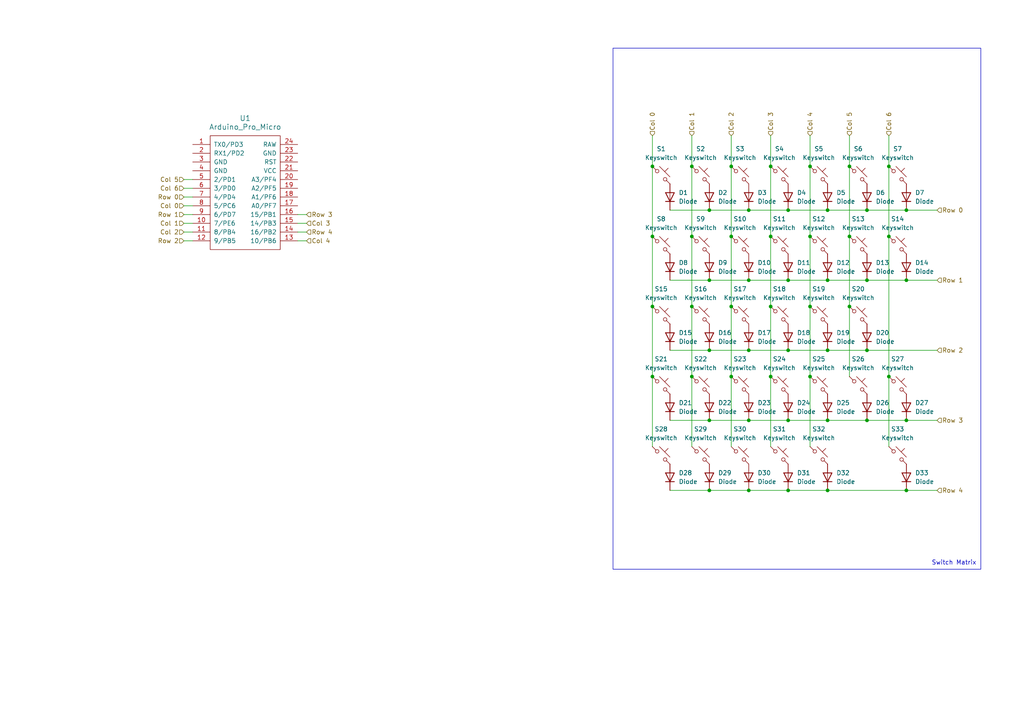
<source format=kicad_sch>
(kicad_sch (version 20250114) (generator "eeschema") (generator_version "9.0")
  (paper "A4")
  (lib_symbols
    (symbol "ScottoKeebs:MCU_Arduino_Pro_Micro" (pin_names (offset 1.016))
      (property "Reference" "U" (at 0 0 0))
      (property "Value" "Arduino_Pro_Micro" (at 0 -19.05 0))
      (symbol "MCU_Arduino_Pro_Micro_0_1"
        (rectangle (start -10.16 16.51) (end 10.16 -16.51))
      )
      (symbol "MCU_Arduino_Pro_Micro_1_1"
        (pin input line (at -15.24 13.97 0) (length 5.08) (name "TX0/PD3") (number "1"))
        (pin input line (at -15.24 11.43 0) (length 5.08) (name "RX1/PD2") (number "2"))
        (pin input line (at -15.24 8.89 0) (length 5.08) (name "GND") (number "3"))
        (pin input line (at -15.24 6.35 0) (length 5.08) (name "GND") (number "4"))
        (pin input line (at -15.24 3.81 0) (length 5.08) (name "2/PD1") (number "5"))
        (pin input line (at -15.24 1.27 0) (length 5.08) (name "3/PD0") (number "6"))
        (pin input line (at -15.24 -1.27 0) (length 5.08) (name "4/PD4") (number "7"))
        (pin input line (at -15.24 -3.81 0) (length 5.08) (name "5/PC6") (number "8"))
        (pin input line (at -15.24 -6.35 0) (length 5.08) (name "6/PD7") (number "9"))
        (pin input line (at -15.24 -8.89 0) (length 5.08) (name "7/PE6") (number "10"))
        (pin input line (at -15.24 -11.43 0) (length 5.08) (name "8/PB4") (number "11"))
        (pin input line (at -15.24 -13.97 0) (length 5.08) (name "9/PB5") (number "12"))
        (pin input line (at 15.24 13.97 180) (length 5.08) (name "RAW") (number "24"))
        (pin input line (at 15.24 11.43 180) (length 5.08) (name "GND") (number "23"))
        (pin input line (at 15.24 8.89 180) (length 5.08) (name "RST") (number "22"))
        (pin input line (at 15.24 6.35 180) (length 5.08) (name "VCC") (number "21"))
        (pin input line (at 15.24 3.81 180) (length 5.08) (name "A3/PF4") (number "20"))
        (pin input line (at 15.24 1.27 180) (length 5.08) (name "A2/PF5") (number "19"))
        (pin input line (at 15.24 -1.27 180) (length 5.08) (name "A1/PF6") (number "18"))
        (pin input line (at 15.24 -3.81 180) (length 5.08) (name "A0/PF7") (number "17"))
        (pin input line (at 15.24 -6.35 180) (length 5.08) (name "15/PB1") (number "16"))
        (pin input line (at 15.24 -8.89 180) (length 5.08) (name "14/PB3") (number "15"))
        (pin input line (at 15.24 -11.43 180) (length 5.08) (name "16/PB2") (number "14"))
        (pin input line (at 15.24 -13.97 180) (length 5.08) (name "10/PB6") (number "13"))
      )
    )
    (symbol "ScottoKeebs:Placeholder_Diode" (pin_numbers (hide yes)) (pin_names (hide yes))
      (property "Reference" "D" (at 0 2.54 0))
      (property "Value" "Diode" (at 0 -2.54 0))
      (symbol "Placeholder_Diode_0_1"
        (polyline (pts (xy -1.27 1.27) (xy -1.27 -1.27)) (stroke (width 0.254)))
        (polyline (pts (xy 1.27 1.27) (xy 1.27 -1.27) (xy -1.27 0) (xy 1.27 1.27)) (stroke (width 0.254)))
        (polyline (pts (xy 1.27 0) (xy -1.27 0)))
      )
      (symbol "Placeholder_Diode_1_1"
        (pin passive line (at -3.81 0 0) (length 2.54) (name "K") (number "1"))
        (pin passive line (at 3.81 0 180) (length 2.54) (name "A") (number "2"))
      )
    )
    (symbol "ScottoKeebs:Placeholder_Keyswitch" (pin_numbers (hide yes)) (pin_names (offset 1.016) (hide yes))
      (property "Reference" "S" (at 3.048 1.016 0))
      (property "Value" "Keyswitch" (at 0 -3.81 0))
      (symbol "Placeholder_Keyswitch_0_1"
        (polyline (pts (xy -2.54 2.54) (xy -1.524 1.524) (xy -1.524 1.524)))
        (circle (center -1.1684 1.1684) (radius 0.508))
        (polyline (pts (xy -0.508 2.54) (xy 2.54 -0.508)))
        (polyline (pts (xy 1.016 1.016) (xy 2.032 2.032)))
        (circle (center 1.143 -1.1938) (radius 0.508))
        (polyline (pts (xy 1.524 -1.524) (xy 2.54 -2.54) (xy 2.54 -2.54) (xy 2.54 -2.54)))
        (pin passive line (at -2.54 2.54 0) (length 0) (name "1") (number "1"))
        (pin passive line (at 2.54 -2.54 180) (length 0) (name "2") (number "2"))
      )
    )
  )
  (rectangle (start 177.8 13.97) (end 284.48 165.1))
  (text "Switch Matrix" (at 283.21 163.322 0) (effects (font (size 1.27 1.27)) (justify right)))
  (junction (at 228.6 60.96))
  (junction (at 212.09 48.26))
  (junction (at 234.95 109.22))
  (junction (at 189.23 68.58))
  (junction (at 217.17 60.96))
  (junction (at 240.03 81.28))
  (junction (at 257.81 109.22))
  (junction (at 251.46 101.6))
  (junction (at 212.09 109.22))
  (junction (at 234.95 48.26))
  (junction (at 223.52 109.22))
  (junction (at 205.74 121.92))
  (junction (at 251.46 121.92))
  (junction (at 240.03 60.96))
  (junction (at 257.81 48.26))
  (junction (at 228.6 121.92))
  (junction (at 240.03 101.6))
  (junction (at 257.81 68.58))
  (junction (at 200.66 109.22))
  (junction (at 228.6 101.6))
  (junction (at 223.52 48.26))
  (junction (at 262.89 142.24))
  (junction (at 246.38 48.26))
  (junction (at 200.66 88.9))
  (junction (at 189.23 88.9))
  (junction (at 205.74 101.6))
  (junction (at 262.89 121.92))
  (junction (at 262.89 60.96))
  (junction (at 205.74 142.24))
  (junction (at 234.95 88.9))
  (junction (at 234.95 68.58))
  (junction (at 240.03 121.92))
  (junction (at 189.23 109.22))
  (junction (at 251.46 60.96))
  (junction (at 217.17 101.6))
  (junction (at 189.23 48.26))
  (junction (at 217.17 121.92))
  (junction (at 205.74 81.28))
  (junction (at 212.09 88.9))
  (junction (at 223.52 88.9))
  (junction (at 217.17 142.24))
  (junction (at 212.09 68.58))
  (junction (at 217.17 81.28))
  (junction (at 251.46 81.28))
  (junction (at 200.66 48.26))
  (junction (at 228.6 142.24))
  (junction (at 223.52 68.58))
  (junction (at 205.74 60.96))
  (junction (at 246.38 68.58))
  (junction (at 240.03 142.24))
  (junction (at 246.38 88.9))
  (junction (at 228.6 81.28))
  (junction (at 262.89 81.28))
  (junction (at 200.66 68.58))
  (wire (pts (xy 194.31 60.96) (xy 205.74 60.96)))
  (wire (pts (xy 228.6 142.24) (xy 240.03 142.24)))
  (wire (pts (xy 217.17 142.24) (xy 228.6 142.24)))
  (wire (pts (xy 234.95 109.22) (xy 234.95 129.54)))
  (wire (pts (xy 53.34 54.61) (xy 55.88 54.61)))
  (wire (pts (xy 189.23 88.9) (xy 189.23 109.22)))
  (wire (pts (xy 271.78 60.96) (xy 262.89 60.96)))
  (wire (pts (xy 217.17 60.96) (xy 228.6 60.96)))
  (wire (pts (xy 205.74 81.28) (xy 217.17 81.28)))
  (wire (pts (xy 53.34 64.77) (xy 55.88 64.77)))
  (wire (pts (xy 234.95 68.58) (xy 234.95 88.9)))
  (wire (pts (xy 212.09 68.58) (xy 212.09 88.9)))
  (wire (pts (xy 251.46 81.28) (xy 262.89 81.28)))
  (wire (pts (xy 257.81 39.37) (xy 257.81 48.26)))
  (wire (pts (xy 240.03 101.6) (xy 251.46 101.6)))
  (wire (pts (xy 212.09 48.26) (xy 212.09 68.58)))
  (wire (pts (xy 53.34 59.69) (xy 55.88 59.69)))
  (wire (pts (xy 212.09 88.9) (xy 212.09 109.22)))
  (wire (pts (xy 205.74 142.24) (xy 217.17 142.24)))
  (wire (pts (xy 257.81 48.26) (xy 257.81 68.58)))
  (wire (pts (xy 194.31 142.24) (xy 205.74 142.24)))
  (wire (pts (xy 240.03 121.92) (xy 251.46 121.92)))
  (wire (pts (xy 217.17 121.92) (xy 228.6 121.92)))
  (wire (pts (xy 88.9 67.31) (xy 86.36 67.31)))
  (wire (pts (xy 53.34 62.23) (xy 55.88 62.23)))
  (wire (pts (xy 262.89 81.28) (xy 271.78 81.28)))
  (wire (pts (xy 194.31 121.92) (xy 205.74 121.92)))
  (wire (pts (xy 212.09 109.22) (xy 212.09 129.54)))
  (wire (pts (xy 200.66 39.37) (xy 200.66 48.26)))
  (wire (pts (xy 251.46 60.96) (xy 262.89 60.96)))
  (wire (pts (xy 271.78 142.24) (xy 262.89 142.24)))
  (wire (pts (xy 88.9 62.23) (xy 86.36 62.23)))
  (wire (pts (xy 205.74 101.6) (xy 217.17 101.6)))
  (wire (pts (xy 189.23 109.22) (xy 189.23 129.54)))
  (wire (pts (xy 228.6 60.96) (xy 240.03 60.96)))
  (wire (pts (xy 205.74 121.92) (xy 217.17 121.92)))
  (wire (pts (xy 223.52 68.58) (xy 223.52 88.9)))
  (wire (pts (xy 234.95 39.37) (xy 234.95 48.26)))
  (wire (pts (xy 205.74 60.96) (xy 217.17 60.96)))
  (wire (pts (xy 228.6 81.28) (xy 240.03 81.28)))
  (wire (pts (xy 53.34 69.85) (xy 55.88 69.85)))
  (wire (pts (xy 200.66 88.9) (xy 200.66 109.22)))
  (wire (pts (xy 88.9 69.85) (xy 86.36 69.85)))
  (wire (pts (xy 200.66 68.58) (xy 200.66 88.9)))
  (wire (pts (xy 217.17 81.28) (xy 228.6 81.28)))
  (wire (pts (xy 228.6 121.92) (xy 240.03 121.92)))
  (wire (pts (xy 234.95 48.26) (xy 234.95 68.58)))
  (wire (pts (xy 53.34 57.15) (xy 55.88 57.15)))
  (wire (pts (xy 53.34 67.31) (xy 55.88 67.31)))
  (wire (pts (xy 257.81 109.22) (xy 257.81 129.54)))
  (wire (pts (xy 234.95 88.9) (xy 234.95 109.22)))
  (wire (pts (xy 240.03 81.28) (xy 251.46 81.28)))
  (wire (pts (xy 189.23 48.26) (xy 189.23 68.58)))
  (wire (pts (xy 217.17 101.6) (xy 228.6 101.6)))
  (wire (pts (xy 246.38 48.26) (xy 246.38 68.58)))
  (wire (pts (xy 223.52 109.22) (xy 223.52 129.54)))
  (wire (pts (xy 212.09 39.37) (xy 212.09 48.26)))
  (wire (pts (xy 53.34 52.07) (xy 55.88 52.07)))
  (wire (pts (xy 88.9 64.77) (xy 86.36 64.77)))
  (wire (pts (xy 223.52 39.37) (xy 223.52 48.26)))
  (wire (pts (xy 271.78 121.92) (xy 262.89 121.92)))
  (wire (pts (xy 223.52 48.26) (xy 223.52 68.58)))
  (wire (pts (xy 228.6 101.6) (xy 240.03 101.6)))
  (wire (pts (xy 240.03 60.96) (xy 251.46 60.96)))
  (wire (pts (xy 257.81 68.58) (xy 257.81 109.22)))
  (wire (pts (xy 246.38 39.37) (xy 246.38 48.26)))
  (wire (pts (xy 246.38 68.58) (xy 246.38 88.9)))
  (wire (pts (xy 271.78 101.6) (xy 251.46 101.6)))
  (wire (pts (xy 223.52 88.9) (xy 223.52 109.22)))
  (wire (pts (xy 189.23 39.37) (xy 189.23 48.26)))
  (wire (pts (xy 200.66 109.22) (xy 200.66 129.54)))
  (wire (pts (xy 246.38 88.9) (xy 246.38 109.22)))
  (wire (pts (xy 251.46 121.92) (xy 262.89 121.92)))
  (wire (pts (xy 200.66 48.26) (xy 200.66 68.58)))
  (wire (pts (xy 194.31 101.6) (xy 205.74 101.6)))
  (wire (pts (xy 194.31 81.28) (xy 205.74 81.28)))
  (wire (pts (xy 189.23 68.58) (xy 189.23 88.9)))
  (wire (pts (xy 240.03 142.24) (xy 262.89 142.24)))
  (hierarchical_label "Col 1" (shape input) (at 53.34 64.77 180))
  (hierarchical_label "Col 2" (shape input) (at 53.34 67.31 180))
  (hierarchical_label "Row 4" (shape input) (at 271.78 142.24 0))
  (hierarchical_label "Row 2" (shape input) (at 53.34 69.85 180))
  (hierarchical_label "Col 0" (shape input) (at 189.23 39.37 90))
  (hierarchical_label "Col 6" (shape input) (at 257.81 39.37 90))
  (hierarchical_label "Col 5" (shape input) (at 246.38 39.37 90))
  (hierarchical_label "Row 2" (shape input) (at 271.78 101.6 0))
  (hierarchical_label "Row 1" (shape input) (at 53.34 62.23 180))
  (hierarchical_label "Col 4" (shape input) (at 234.95 39.37 90))
  (hierarchical_label "Row 0" (shape input) (at 53.34 57.15 180))
  (hierarchical_label "Row 4" (shape input) (at 88.9 67.31 0))
  (hierarchical_label "Row 1" (shape input) (at 271.78 81.28 0))
  (hierarchical_label "Col 0" (shape input) (at 53.34 59.69 180))
  (hierarchical_label "Col 3" (shape input) (at 223.52 39.37 90))
  (hierarchical_label "Col 3" (shape input) (at 88.9 64.77 0))
  (hierarchical_label "Col 4" (shape input) (at 88.9 69.85 0))
  (hierarchical_label "Col 1" (shape input) (at 200.66 39.37 90))
  (hierarchical_label "Row 3" (shape input) (at 88.9 62.23 0))
  (hierarchical_label "Col 5" (shape input) (at 53.34 52.07 180))
  (hierarchical_label "Col 6" (shape input) (at 53.34 54.61 180))
  (hierarchical_label "Col 2" (shape input) (at 212.09 39.37 90))
  (hierarchical_label "Row 0" (shape input) (at 271.78 60.96 0))
  (hierarchical_label "Row 3" (shape input) (at 271.78 121.92 0))
  (symbol (lib_id "ScottoKeebs:Placeholder_Diode") (at 194.31 57.15 90) (unit 1)
    (property "Reference" "D1" (at 196.85 55.8799 90) (effects (justify right)))
    (property "Value" "Diode" (at 196.85 58.4199 90) (effects (justify right)))
    (property "Footprint" "ScottoKeebs_Components:Diode_SOD-123" (effects (hide yes)))
    (property "Description" "1N4148 (DO-35) or 1N4148W (SOD-123)" (effects (hide yes)))
    (property "Sim.Device" "D" (effects (hide yes)))
    (property "Sim.Pins" "1=K 2=A" (effects (hide yes)))
  )
  (symbol (lib_id "ScottoKeebs:Placeholder_Diode") (at 228.6 77.47 90) (unit 1)
    (property "Reference" "D11" (at 231.14 76.1999 90) (effects (justify right)))
    (property "Value" "Diode" (at 231.14 78.7399 90) (effects (justify right)))
    (property "Footprint" "ScottoKeebs_Components:Diode_SOD-123" (effects (hide yes)))
    (property "Description" "1N4148 (DO-35) or 1N4148W (SOD-123)" (effects (hide yes)))
    (property "Sim.Device" "D" (effects (hide yes)))
    (property "Sim.Pins" "1=K 2=A" (effects (hide yes)))
  )
  (symbol (lib_id "ScottoKeebs:Placeholder_Keyswitch") (at 214.63 91.44 0) (unit 1)
    (property "Reference" "S17" (at 214.63 83.82 0))
    (property "Value" "Keyswitch" (at 214.63 86.36 0))
    (property "Footprint" "ScottoKeebs_Hotswap:Hotswap_MX_1.00u" (effects (hide yes)))
    (property "Description" "Push button switch, normally open, two pins, 45° tilted" (effects (hide yes)))
  )
  (symbol (lib_id "ScottoKeebs:Placeholder_Diode") (at 217.17 57.15 90) (unit 1)
    (property "Reference" "D3" (at 219.71 55.8799 90) (effects (justify right)))
    (property "Value" "Diode" (at 219.71 58.4199 90) (effects (justify right)))
    (property "Footprint" "ScottoKeebs_Components:Diode_SOD-123" (effects (hide yes)))
    (property "Description" "1N4148 (DO-35) or 1N4148W (SOD-123)" (effects (hide yes)))
    (property "Sim.Device" "D" (effects (hide yes)))
    (property "Sim.Pins" "1=K 2=A" (effects (hide yes)))
  )
  (symbol (lib_id "ScottoKeebs:Placeholder_Keyswitch") (at 191.77 111.76 0) (unit 1)
    (property "Reference" "S21" (at 191.77 104.14 0))
    (property "Value" "Keyswitch" (at 191.77 106.68 0))
    (property "Footprint" "ScottoKeebs_Hotswap:Hotswap_MX_1.00u" (effects (hide yes)))
    (property "Description" "Push button switch, normally open, two pins, 45° tilted" (effects (hide yes)))
  )
  (symbol (lib_id "ScottoKeebs:Placeholder_Keyswitch") (at 237.49 132.08 0) (unit 1)
    (property "Reference" "S32" (at 237.49 124.46 0))
    (property "Value" "Keyswitch" (at 237.49 127 0))
    (property "Footprint" "ScottoKeebs_Hotswap:Hotswap_MX_2.00u" (effects (hide yes)))
    (property "Description" "Push button switch, normally open, two pins, 45° tilted" (effects (hide yes)))
  )
  (symbol (lib_id "ScottoKeebs:Placeholder_Keyswitch") (at 203.2 132.08 0) (unit 1)
    (property "Reference" "S29" (at 203.2 124.46 0))
    (property "Value" "Keyswitch" (at 203.2 127 0))
    (property "Footprint" "ScottoKeebs_Hotswap:Hotswap_MX_1.00u" (effects (hide yes)))
    (property "Description" "Push button switch, normally open, two pins, 45° tilted" (effects (hide yes)))
  )
  (symbol (lib_id "ScottoKeebs:Placeholder_Keyswitch") (at 214.63 71.12 0) (unit 1)
    (property "Reference" "S10" (at 214.63 63.5 0))
    (property "Value" "Keyswitch" (at 214.63 66.04 0))
    (property "Footprint" "ScottoKeebs_Hotswap:Hotswap_MX_1.00u" (effects (hide yes)))
    (property "Description" "Push button switch, normally open, two pins, 45° tilted" (effects (hide yes)))
  )
  (symbol (lib_id "ScottoKeebs:Placeholder_Keyswitch") (at 203.2 91.44 0) (unit 1)
    (property "Reference" "S16" (at 203.2 83.82 0))
    (property "Value" "Keyswitch" (at 203.2 86.36 0))
    (property "Footprint" "ScottoKeebs_Hotswap:Hotswap_MX_1.00u" (effects (hide yes)))
    (property "Description" "Push button switch, normally open, two pins, 45° tilted" (effects (hide yes)))
  )
  (symbol (lib_id "ScottoKeebs:Placeholder_Keyswitch") (at 237.49 91.44 0) (unit 1)
    (property "Reference" "S19" (at 237.49 83.82 0))
    (property "Value" "Keyswitch" (at 237.49 86.36 0))
    (property "Footprint" "ScottoKeebs_Hotswap:Hotswap_MX_1.00u" (effects (hide yes)))
    (property "Description" "Push button switch, normally open, two pins, 45° tilted" (effects (hide yes)))
  )
  (symbol (lib_id "ScottoKeebs:Placeholder_Keyswitch") (at 237.49 50.8 0) (unit 1)
    (property "Reference" "S5" (at 237.49 43.18 0))
    (property "Value" "Keyswitch" (at 237.49 45.72 0))
    (property "Footprint" "ScottoKeebs_Hotswap:Hotswap_MX_1.00u" (effects (hide yes)))
    (property "Description" "Push button switch, normally open, two pins, 45° tilted" (effects (hide yes)))
  )
  (symbol (lib_id "ScottoKeebs:Placeholder_Diode") (at 217.17 77.47 90) (unit 1)
    (property "Reference" "D10" (at 219.71 76.1999 90) (effects (justify right)))
    (property "Value" "Diode" (at 219.71 78.7399 90) (effects (justify right)))
    (property "Footprint" "ScottoKeebs_Components:Diode_SOD-123" (effects (hide yes)))
    (property "Description" "1N4148 (DO-35) or 1N4148W (SOD-123)" (effects (hide yes)))
    (property "Sim.Device" "D" (effects (hide yes)))
    (property "Sim.Pins" "1=K 2=A" (effects (hide yes)))
  )
  (symbol (lib_id "ScottoKeebs:Placeholder_Diode") (at 251.46 97.79 90) (unit 1)
    (property "Reference" "D20" (at 254 96.5199 90) (effects (justify right)))
    (property "Value" "Diode" (at 254 99.0599 90) (effects (justify right)))
    (property "Footprint" "ScottoKeebs_Components:Diode_SOD-123" (effects (hide yes)))
    (property "Description" "1N4148 (DO-35) or 1N4148W (SOD-123)" (effects (hide yes)))
    (property "Sim.Device" "D" (effects (hide yes)))
    (property "Sim.Pins" "1=K 2=A" (effects (hide yes)))
  )
  (symbol (lib_id "ScottoKeebs:Placeholder_Diode") (at 240.03 138.43 90) (unit 1)
    (property "Reference" "D32" (at 242.57 137.1599 90) (effects (justify right)))
    (property "Value" "Diode" (at 242.57 139.6999 90) (effects (justify right)))
    (property "Footprint" "ScottoKeebs_Components:Diode_SOD-123" (effects (hide yes)))
    (property "Description" "1N4148 (DO-35) or 1N4148W (SOD-123)" (effects (hide yes)))
    (property "Sim.Device" "D" (effects (hide yes)))
    (property "Sim.Pins" "1=K 2=A" (effects (hide yes)))
  )
  (symbol (lib_id "ScottoKeebs:MCU_Arduino_Pro_Micro") (at 71.12 55.88 0) (unit 1)
    (property "Reference" "U1" (at 71.12 34.29 0) (effects (font (size 1.524 1.524))))
    (property "Value" "Arduino_Pro_Micro" (at 71.12 36.83 0) (effects (font (size 1.524 1.524))))
    (property "Footprint" "ScottoKeebs_MCU:Arduino_Pro_Micro" (effects (hide yes)))
  )
  (symbol (lib_id "ScottoKeebs:Placeholder_Diode") (at 262.89 57.15 90) (unit 1)
    (property "Reference" "D7" (at 265.43 55.8799 90) (effects (justify right)))
    (property "Value" "Diode" (at 265.43 58.4199 90) (effects (justify right)))
    (property "Footprint" "ScottoKeebs_Components:Diode_SOD-123" (effects (hide yes)))
    (property "Description" "1N4148 (DO-35) or 1N4148W (SOD-123)" (effects (hide yes)))
    (property "Sim.Device" "D" (effects (hide yes)))
    (property "Sim.Pins" "1=K 2=A" (effects (hide yes)))
  )
  (symbol (lib_id "ScottoKeebs:Placeholder_Diode") (at 240.03 77.47 90) (unit 1)
    (property "Reference" "D12" (at 242.57 76.1999 90) (effects (justify right)))
    (property "Value" "Diode" (at 242.57 78.7399 90) (effects (justify right)))
    (property "Footprint" "ScottoKeebs_Components:Diode_SOD-123" (effects (hide yes)))
    (property "Description" "1N4148 (DO-35) or 1N4148W (SOD-123)" (effects (hide yes)))
    (property "Sim.Device" "D" (effects (hide yes)))
    (property "Sim.Pins" "1=K 2=A" (effects (hide yes)))
  )
  (symbol (lib_id "ScottoKeebs:Placeholder_Diode") (at 217.17 118.11 90) (unit 1)
    (property "Reference" "D23" (at 219.71 116.8399 90) (effects (justify right)))
    (property "Value" "Diode" (at 219.71 119.3799 90) (effects (justify right)))
    (property "Footprint" "ScottoKeebs_Components:Diode_SOD-123" (effects (hide yes)))
    (property "Description" "1N4148 (DO-35) or 1N4148W (SOD-123)" (effects (hide yes)))
    (property "Sim.Device" "D" (effects (hide yes)))
    (property "Sim.Pins" "1=K 2=A" (effects (hide yes)))
  )
  (symbol (lib_id "ScottoKeebs:Placeholder_Diode") (at 240.03 57.15 90) (unit 1)
    (property "Reference" "D5" (at 242.57 55.8799 90) (effects (justify right)))
    (property "Value" "Diode" (at 242.57 58.4199 90) (effects (justify right)))
    (property "Footprint" "ScottoKeebs_Components:Diode_SOD-123" (effects (hide yes)))
    (property "Description" "1N4148 (DO-35) or 1N4148W (SOD-123)" (effects (hide yes)))
    (property "Sim.Device" "D" (effects (hide yes)))
    (property "Sim.Pins" "1=K 2=A" (effects (hide yes)))
  )
  (symbol (lib_id "ScottoKeebs:Placeholder_Keyswitch") (at 203.2 71.12 0) (unit 1)
    (property "Reference" "S9" (at 203.2 63.5 0))
    (property "Value" "Keyswitch" (at 203.2 66.04 0))
    (property "Footprint" "ScottoKeebs_Hotswap:Hotswap_MX_1.00u" (effects (hide yes)))
    (property "Description" "Push button switch, normally open, two pins, 45° tilted" (effects (hide yes)))
  )
  (symbol (lib_id "ScottoKeebs:Placeholder_Keyswitch") (at 237.49 111.76 0) (unit 1)
    (property "Reference" "S25" (at 237.49 104.14 0))
    (property "Value" "Keyswitch" (at 237.49 106.68 0))
    (property "Footprint" "ScottoKeebs_Hotswap:Hotswap_MX_1.00u" (effects (hide yes)))
    (property "Description" "Push button switch, normally open, two pins, 45° tilted" (effects (hide yes)))
  )
  (symbol (lib_id "ScottoKeebs:Placeholder_Keyswitch") (at 248.92 91.44 0) (unit 1)
    (property "Reference" "S20" (at 248.92 83.82 0))
    (property "Value" "Keyswitch" (at 248.92 86.36 0))
    (property "Footprint" "ScottoKeebs_Hotswap:Hotswap_MX_1.00u" (effects (hide yes)))
    (property "Description" "Push button switch, normally open, two pins, 45° tilted" (effects (hide yes)))
  )
  (symbol (lib_id "ScottoKeebs:Placeholder_Keyswitch") (at 203.2 50.8 0) (unit 1)
    (property "Reference" "S2" (at 203.2 43.18 0))
    (property "Value" "Keyswitch" (at 203.2 45.72 0))
    (property "Footprint" "ScottoKeebs_Hotswap:Hotswap_MX_1.00u" (effects (hide yes)))
    (property "Description" "Push button switch, normally open, two pins, 45° tilted" (effects (hide yes)))
  )
  (symbol (lib_id "ScottoKeebs:Placeholder_Diode") (at 217.17 97.79 90) (unit 1)
    (property "Reference" "D17" (at 219.71 96.5199 90) (effects (justify right)))
    (property "Value" "Diode" (at 219.71 99.0599 90) (effects (justify right)))
    (property "Footprint" "ScottoKeebs_Components:Diode_SOD-123" (effects (hide yes)))
    (property "Description" "1N4148 (DO-35) or 1N4148W (SOD-123)" (effects (hide yes)))
    (property "Sim.Device" "D" (effects (hide yes)))
    (property "Sim.Pins" "1=K 2=A" (effects (hide yes)))
  )
  (symbol (lib_id "ScottoKeebs:Placeholder_Keyswitch") (at 248.92 111.76 0) (unit 1)
    (property "Reference" "S26" (at 248.92 104.14 0))
    (property "Value" "Keyswitch" (at 248.92 106.68 0))
    (property "Footprint" "ScottoKeebs_Hotswap:Hotswap_MX_1.00u" (effects (hide yes)))
    (property "Description" "Push button switch, normally open, two pins, 45° tilted" (effects (hide yes)))
  )
  (symbol (lib_id "ScottoKeebs:Placeholder_Keyswitch") (at 260.35 132.08 0) (unit 1)
    (property "Reference" "S33" (at 260.35 124.46 0))
    (property "Value" "Keyswitch" (at 260.35 127 0))
    (property "Footprint" "ScottoKeebs_Hotswap:Hotswap_MX_1.00u" (effects (hide yes)))
    (property "Description" "Push button switch, normally open, two pins, 45° tilted" (effects (hide yes)))
  )
  (symbol (lib_id "ScottoKeebs:Placeholder_Diode") (at 240.03 118.11 90) (unit 1)
    (property "Reference" "D25" (at 242.57 116.8399 90) (effects (justify right)))
    (property "Value" "Diode" (at 242.57 119.3799 90) (effects (justify right)))
    (property "Footprint" "ScottoKeebs_Components:Diode_SOD-123" (effects (hide yes)))
    (property "Description" "1N4148 (DO-35) or 1N4148W (SOD-123)" (effects (hide yes)))
    (property "Sim.Device" "D" (effects (hide yes)))
    (property "Sim.Pins" "1=K 2=A" (effects (hide yes)))
  )
  (symbol (lib_id "ScottoKeebs:Placeholder_Diode") (at 262.89 118.11 90) (unit 1)
    (property "Reference" "D27" (at 265.43 116.8399 90) (effects (justify right)))
    (property "Value" "Diode" (at 265.43 119.3799 90) (effects (justify right)))
    (property "Footprint" "ScottoKeebs_Components:Diode_SOD-123" (effects (hide yes)))
    (property "Description" "1N4148 (DO-35) or 1N4148W (SOD-123)" (effects (hide yes)))
    (property "Sim.Device" "D" (effects (hide yes)))
    (property "Sim.Pins" "1=K 2=A" (effects (hide yes)))
  )
  (symbol (lib_id "ScottoKeebs:Placeholder_Diode") (at 194.31 138.43 90) (unit 1)
    (property "Reference" "D28" (at 196.85 137.1599 90) (effects (justify right)))
    (property "Value" "Diode" (at 196.85 139.6999 90) (effects (justify right)))
    (property "Footprint" "ScottoKeebs_Components:Diode_SOD-123" (effects (hide yes)))
    (property "Description" "1N4148 (DO-35) or 1N4148W (SOD-123)" (effects (hide yes)))
    (property "Sim.Device" "D" (effects (hide yes)))
    (property "Sim.Pins" "1=K 2=A" (effects (hide yes)))
  )
  (symbol (lib_id "ScottoKeebs:Placeholder_Diode") (at 217.17 138.43 90) (unit 1)
    (property "Reference" "D30" (at 219.71 137.1599 90) (effects (justify right)))
    (property "Value" "Diode" (at 219.71 139.6999 90) (effects (justify right)))
    (property "Footprint" "ScottoKeebs_Components:Diode_SOD-123" (effects (hide yes)))
    (property "Description" "1N4148 (DO-35) or 1N4148W (SOD-123)" (effects (hide yes)))
    (property "Sim.Device" "D" (effects (hide yes)))
    (property "Sim.Pins" "1=K 2=A" (effects (hide yes)))
  )
  (symbol (lib_id "ScottoKeebs:Placeholder_Keyswitch") (at 191.77 132.08 0) (unit 1)
    (property "Reference" "S28" (at 191.77 124.46 0))
    (property "Value" "Keyswitch" (at 191.77 127 0))
    (property "Footprint" "ScottoKeebs_Hotswap:Hotswap_MX_1.00u" (effects (hide yes)))
    (property "Description" "Push button switch, normally open, two pins, 45° tilted" (effects (hide yes)))
  )
  (symbol (lib_id "ScottoKeebs:Placeholder_Keyswitch") (at 226.06 91.44 0) (unit 1)
    (property "Reference" "S18" (at 226.06 83.82 0))
    (property "Value" "Keyswitch" (at 226.06 86.36 0))
    (property "Footprint" "ScottoKeebs_Hotswap:Hotswap_MX_1.00u" (effects (hide yes)))
    (property "Description" "Push button switch, normally open, two pins, 45° tilted" (effects (hide yes)))
  )
  (symbol (lib_id "ScottoKeebs:Placeholder_Diode") (at 228.6 97.79 90) (unit 1)
    (property "Reference" "D18" (at 231.14 96.5199 90) (effects (justify right)))
    (property "Value" "Diode" (at 231.14 99.0599 90) (effects (justify right)))
    (property "Footprint" "ScottoKeebs_Components:Diode_SOD-123" (effects (hide yes)))
    (property "Description" "1N4148 (DO-35) or 1N4148W (SOD-123)" (effects (hide yes)))
    (property "Sim.Device" "D" (effects (hide yes)))
    (property "Sim.Pins" "1=K 2=A" (effects (hide yes)))
  )
  (symbol (lib_id "ScottoKeebs:Placeholder_Keyswitch") (at 260.35 111.76 0) (unit 1)
    (property "Reference" "S27" (at 260.35 104.14 0))
    (property "Value" "Keyswitch" (at 260.35 106.68 0))
    (property "Footprint" "ScottoKeebs_Hotswap:Hotswap_MX_2.00u_90deg" (effects (hide yes)))
    (property "Description" "Push button switch, normally open, two pins, 45° tilted" (effects (hide yes)))
  )
  (symbol (lib_id "ScottoKeebs:Placeholder_Diode") (at 194.31 77.47 90) (unit 1)
    (property "Reference" "D8" (at 196.85 76.1999 90) (effects (justify right)))
    (property "Value" "Diode" (at 196.85 78.7399 90) (effects (justify right)))
    (property "Footprint" "ScottoKeebs_Components:Diode_SOD-123" (effects (hide yes)))
    (property "Description" "1N4148 (DO-35) or 1N4148W (SOD-123)" (effects (hide yes)))
    (property "Sim.Device" "D" (effects (hide yes)))
    (property "Sim.Pins" "1=K 2=A" (effects (hide yes)))
  )
  (symbol (lib_id "ScottoKeebs:Placeholder_Diode") (at 194.31 97.79 90) (unit 1)
    (property "Reference" "D15" (at 196.85 96.5199 90) (effects (justify right)))
    (property "Value" "Diode" (at 196.85 99.0599 90) (effects (justify right)))
    (property "Footprint" "ScottoKeebs_Components:Diode_SOD-123" (effects (hide yes)))
    (property "Description" "1N4148 (DO-35) or 1N4148W (SOD-123)" (effects (hide yes)))
    (property "Sim.Device" "D" (effects (hide yes)))
    (property "Sim.Pins" "1=K 2=A" (effects (hide yes)))
  )
  (symbol (lib_id "ScottoKeebs:Placeholder_Keyswitch") (at 191.77 91.44 0) (unit 1)
    (property "Reference" "S15" (at 191.77 83.82 0))
    (property "Value" "Keyswitch" (at 191.77 86.36 0))
    (property "Footprint" "ScottoKeebs_Hotswap:Hotswap_MX_1.00u" (effects (hide yes)))
    (property "Description" "Push button switch, normally open, two pins, 45° tilted" (effects (hide yes)))
  )
  (symbol (lib_id "ScottoKeebs:Placeholder_Diode") (at 205.74 97.79 90) (unit 1)
    (property "Reference" "D16" (at 208.28 96.5199 90) (effects (justify right)))
    (property "Value" "Diode" (at 208.28 99.0599 90) (effects (justify right)))
    (property "Footprint" "ScottoKeebs_Components:Diode_SOD-123" (effects (hide yes)))
    (property "Description" "1N4148 (DO-35) or 1N4148W (SOD-123)" (effects (hide yes)))
    (property "Sim.Device" "D" (effects (hide yes)))
    (property "Sim.Pins" "1=K 2=A" (effects (hide yes)))
  )
  (symbol (lib_id "ScottoKeebs:Placeholder_Diode") (at 205.74 138.43 90) (unit 1)
    (property "Reference" "D29" (at 208.28 137.1599 90) (effects (justify right)))
    (property "Value" "Diode" (at 208.28 139.6999 90) (effects (justify right)))
    (property "Footprint" "ScottoKeebs_Components:Diode_SOD-123" (effects (hide yes)))
    (property "Description" "1N4148 (DO-35) or 1N4148W (SOD-123)" (effects (hide yes)))
    (property "Sim.Device" "D" (effects (hide yes)))
    (property "Sim.Pins" "1=K 2=A" (effects (hide yes)))
  )
  (symbol (lib_id "ScottoKeebs:Placeholder_Diode") (at 205.74 77.47 90) (unit 1)
    (property "Reference" "D9" (at 208.28 76.1999 90) (effects (justify right)))
    (property "Value" "Diode" (at 208.28 78.7399 90) (effects (justify right)))
    (property "Footprint" "ScottoKeebs_Components:Diode_SOD-123" (effects (hide yes)))
    (property "Description" "1N4148 (DO-35) or 1N4148W (SOD-123)" (effects (hide yes)))
    (property "Sim.Device" "D" (effects (hide yes)))
    (property "Sim.Pins" "1=K 2=A" (effects (hide yes)))
  )
  (symbol (lib_id "ScottoKeebs:Placeholder_Diode") (at 262.89 77.47 90) (unit 1)
    (property "Reference" "D14" (at 265.43 76.1999 90) (effects (justify right)))
    (property "Value" "Diode" (at 265.43 78.7399 90) (effects (justify right)))
    (property "Footprint" "ScottoKeebs_Components:Diode_SOD-123" (effects (hide yes)))
    (property "Description" "1N4148 (DO-35) or 1N4148W (SOD-123)" (effects (hide yes)))
    (property "Sim.Device" "D" (effects (hide yes)))
    (property "Sim.Pins" "1=K 2=A" (effects (hide yes)))
  )
  (symbol (lib_id "ScottoKeebs:Placeholder_Keyswitch") (at 260.35 50.8 0) (unit 1)
    (property "Reference" "S7" (at 260.35 43.18 0))
    (property "Value" "Keyswitch" (at 260.35 45.72 0))
    (property "Footprint" "ScottoKeebs_Hotswap:Hotswap_MX_1.00u" (effects (hide yes)))
    (property "Description" "Push button switch, normally open, two pins, 45° tilted" (effects (hide yes)))
  )
  (symbol (lib_id "ScottoKeebs:Placeholder_Diode") (at 251.46 77.47 90) (unit 1)
    (property "Reference" "D13" (at 254 76.1999 90) (effects (justify right)))
    (property "Value" "Diode" (at 254 78.7399 90) (effects (justify right)))
    (property "Footprint" "ScottoKeebs_Components:Diode_SOD-123" (effects (hide yes)))
    (property "Description" "1N4148 (DO-35) or 1N4148W (SOD-123)" (effects (hide yes)))
    (property "Sim.Device" "D" (effects (hide yes)))
    (property "Sim.Pins" "1=K 2=A" (effects (hide yes)))
  )
  (symbol (lib_id "ScottoKeebs:Placeholder_Diode") (at 228.6 118.11 90) (unit 1)
    (property "Reference" "D24" (at 231.14 116.8399 90) (effects (justify right)))
    (property "Value" "Diode" (at 231.14 119.3799 90) (effects (justify right)))
    (property "Footprint" "ScottoKeebs_Components:Diode_SOD-123" (effects (hide yes)))
    (property "Description" "1N4148 (DO-35) or 1N4148W (SOD-123)" (effects (hide yes)))
    (property "Sim.Device" "D" (effects (hide yes)))
    (property "Sim.Pins" "1=K 2=A" (effects (hide yes)))
  )
  (symbol (lib_id "ScottoKeebs:Placeholder_Keyswitch") (at 203.2 111.76 0) (unit 1)
    (property "Reference" "S22" (at 203.2 104.14 0))
    (property "Value" "Keyswitch" (at 203.2 106.68 0))
    (property "Footprint" "ScottoKeebs_Hotswap:Hotswap_MX_1.00u" (effects (hide yes)))
    (property "Description" "Push button switch, normally open, two pins, 45° tilted" (effects (hide yes)))
  )
  (symbol (lib_id "ScottoKeebs:Placeholder_Diode") (at 240.03 97.79 90) (unit 1)
    (property "Reference" "D19" (at 242.57 96.5199 90) (effects (justify right)))
    (property "Value" "Diode" (at 242.57 99.0599 90) (effects (justify right)))
    (property "Footprint" "ScottoKeebs_Components:Diode_SOD-123" (effects (hide yes)))
    (property "Description" "1N4148 (DO-35) or 1N4148W (SOD-123)" (effects (hide yes)))
    (property "Sim.Device" "D" (effects (hide yes)))
    (property "Sim.Pins" "1=K 2=A" (effects (hide yes)))
  )
  (symbol (lib_id "ScottoKeebs:Placeholder_Diode") (at 251.46 118.11 90) (unit 1)
    (property "Reference" "D26" (at 254 116.8399 90) (effects (justify right)))
    (property "Value" "Diode" (at 254 119.3799 90) (effects (justify right)))
    (property "Footprint" "ScottoKeebs_Components:Diode_SOD-123" (effects (hide yes)))
    (property "Description" "1N4148 (DO-35) or 1N4148W (SOD-123)" (effects (hide yes)))
    (property "Sim.Device" "D" (effects (hide yes)))
    (property "Sim.Pins" "1=K 2=A" (effects (hide yes)))
  )
  (symbol (lib_id "ScottoKeebs:Placeholder_Keyswitch") (at 248.92 71.12 0) (unit 1)
    (property "Reference" "S13" (at 248.92 63.5 0))
    (property "Value" "Keyswitch" (at 248.92 66.04 0))
    (property "Footprint" "ScottoKeebs_Hotswap:Hotswap_MX_1.00u" (effects (hide yes)))
    (property "Description" "Push button switch, normally open, two pins, 45° tilted" (effects (hide yes)))
  )
  (symbol (lib_id "ScottoKeebs:Placeholder_Keyswitch") (at 226.06 71.12 0) (unit 1)
    (property "Reference" "S11" (at 226.06 63.5 0))
    (property "Value" "Keyswitch" (at 226.06 66.04 0))
    (property "Footprint" "ScottoKeebs_Hotswap:Hotswap_MX_1.00u" (effects (hide yes)))
    (property "Description" "Push button switch, normally open, two pins, 45° tilted" (effects (hide yes)))
  )
  (symbol (lib_id "ScottoKeebs:Placeholder_Keyswitch") (at 191.77 71.12 0) (unit 1)
    (property "Reference" "S8" (at 191.77 63.5 0))
    (property "Value" "Keyswitch" (at 191.77 66.04 0))
    (property "Footprint" "ScottoKeebs_Hotswap:Hotswap_MX_1.00u" (effects (hide yes)))
    (property "Description" "Push button switch, normally open, two pins, 45° tilted" (effects (hide yes)))
  )
  (symbol (lib_id "ScottoKeebs:Placeholder_Keyswitch") (at 237.49 71.12 0) (unit 1)
    (property "Reference" "S12" (at 237.49 63.5 0))
    (property "Value" "Keyswitch" (at 237.49 66.04 0))
    (property "Footprint" "ScottoKeebs_Hotswap:Hotswap_MX_1.00u" (effects (hide yes)))
    (property "Description" "Push button switch, normally open, two pins, 45° tilted" (effects (hide yes)))
  )
  (symbol (lib_id "ScottoKeebs:Placeholder_Diode") (at 194.31 118.11 90) (unit 1)
    (property "Reference" "D21" (at 196.85 116.8399 90) (effects (justify right)))
    (property "Value" "Diode" (at 196.85 119.3799 90) (effects (justify right)))
    (property "Footprint" "ScottoKeebs_Components:Diode_SOD-123" (effects (hide yes)))
    (property "Description" "1N4148 (DO-35) or 1N4148W (SOD-123)" (effects (hide yes)))
    (property "Sim.Device" "D" (effects (hide yes)))
    (property "Sim.Pins" "1=K 2=A" (effects (hide yes)))
  )
  (symbol (lib_id "ScottoKeebs:Placeholder_Keyswitch") (at 226.06 50.8 0) (unit 1)
    (property "Reference" "S4" (at 226.06 43.18 0))
    (property "Value" "Keyswitch" (at 226.06 45.72 0))
    (property "Footprint" "ScottoKeebs_Hotswap:Hotswap_MX_1.00u" (effects (hide yes)))
    (property "Description" "Push button switch, normally open, two pins, 45° tilted" (effects (hide yes)))
  )
  (symbol (lib_id "ScottoKeebs:Placeholder_Diode") (at 228.6 57.15 90) (unit 1)
    (property "Reference" "D4" (at 231.14 55.8799 90) (effects (justify right)))
    (property "Value" "Diode" (at 231.14 58.4199 90) (effects (justify right)))
    (property "Footprint" "ScottoKeebs_Components:Diode_SOD-123" (effects (hide yes)))
    (property "Description" "1N4148 (DO-35) or 1N4148W (SOD-123)" (effects (hide yes)))
    (property "Sim.Device" "D" (effects (hide yes)))
    (property "Sim.Pins" "1=K 2=A" (effects (hide yes)))
  )
  (symbol (lib_id "ScottoKeebs:Placeholder_Keyswitch") (at 226.06 132.08 0) (unit 1)
    (property "Reference" "S31" (at 226.06 124.46 0))
    (property "Value" "Keyswitch" (at 226.06 127 0))
    (property "Footprint" "ScottoKeebs_Hotswap:Hotswap_MX_1.00u" (effects (hide yes)))
    (property "Description" "Push button switch, normally open, two pins, 45° tilted" (effects (hide yes)))
  )
  (symbol (lib_id "ScottoKeebs:Placeholder_Diode") (at 251.46 57.15 90) (unit 1)
    (property "Reference" "D6" (at 254 55.8799 90) (effects (justify right)))
    (property "Value" "Diode" (at 254 58.4199 90) (effects (justify right)))
    (property "Footprint" "ScottoKeebs_Components:Diode_SOD-123" (effects (hide yes)))
    (property "Description" "1N4148 (DO-35) or 1N4148W (SOD-123)" (effects (hide yes)))
    (property "Sim.Device" "D" (effects (hide yes)))
    (property "Sim.Pins" "1=K 2=A" (effects (hide yes)))
  )
  (symbol (lib_id "ScottoKeebs:Placeholder_Diode") (at 262.89 138.43 90) (unit 1)
    (property "Reference" "D33" (at 265.43 137.1599 90) (effects (justify right)))
    (property "Value" "Diode" (at 265.43 139.6999 90) (effects (justify right)))
    (property "Footprint" "ScottoKeebs_Components:Diode_SOD-123" (effects (hide yes)))
    (property "Description" "1N4148 (DO-35) or 1N4148W (SOD-123)" (effects (hide yes)))
    (property "Sim.Device" "D" (effects (hide yes)))
    (property "Sim.Pins" "1=K 2=A" (effects (hide yes)))
  )
  (symbol (lib_id "ScottoKeebs:Placeholder_Keyswitch") (at 214.63 111.76 0) (unit 1)
    (property "Reference" "S23" (at 214.63 104.14 0))
    (property "Value" "Keyswitch" (at 214.63 106.68 0))
    (property "Footprint" "ScottoKeebs_Hotswap:Hotswap_MX_1.00u" (effects (hide yes)))
    (property "Description" "Push button switch, normally open, two pins, 45° tilted" (effects (hide yes)))
  )
  (symbol (lib_id "ScottoKeebs:Placeholder_Keyswitch") (at 226.06 111.76 0) (unit 1)
    (property "Reference" "S24" (at 226.06 104.14 0))
    (property "Value" "Keyswitch" (at 226.06 106.68 0))
    (property "Footprint" "ScottoKeebs_Hotswap:Hotswap_MX_1.00u" (effects (hide yes)))
    (property "Description" "Push button switch, normally open, two pins, 45° tilted" (effects (hide yes)))
  )
  (symbol (lib_id "ScottoKeebs:Placeholder_Diode") (at 205.74 118.11 90) (unit 1)
    (property "Reference" "D22" (at 208.28 116.8399 90) (effects (justify right)))
    (property "Value" "Diode" (at 208.28 119.3799 90) (effects (justify right)))
    (property "Footprint" "ScottoKeebs_Components:Diode_SOD-123" (effects (hide yes)))
    (property "Description" "1N4148 (DO-35) or 1N4148W (SOD-123)" (effects (hide yes)))
    (property "Sim.Device" "D" (effects (hide yes)))
    (property "Sim.Pins" "1=K 2=A" (effects (hide yes)))
  )
  (symbol (lib_id "ScottoKeebs:Placeholder_Diode") (at 228.6 138.43 90) (unit 1)
    (property "Reference" "D31" (at 231.14 137.1599 90) (effects (justify right)))
    (property "Value" "Diode" (at 231.14 139.6999 90) (effects (justify right)))
    (property "Footprint" "ScottoKeebs_Components:Diode_SOD-123" (effects (hide yes)))
    (property "Description" "1N4148 (DO-35) or 1N4148W (SOD-123)" (effects (hide yes)))
    (property "Sim.Device" "D" (effects (hide yes)))
    (property "Sim.Pins" "1=K 2=A" (effects (hide yes)))
  )
  (symbol (lib_id "ScottoKeebs:Placeholder_Keyswitch") (at 214.63 50.8 0) (unit 1)
    (property "Reference" "S3" (at 214.63 43.18 0))
    (property "Value" "Keyswitch" (at 214.63 45.72 0))
    (property "Footprint" "ScottoKeebs_Hotswap:Hotswap_MX_1.00u" (effects (hide yes)))
    (property "Description" "Push button switch, normally open, two pins, 45° tilted" (effects (hide yes)))
  )
  (symbol (lib_id "ScottoKeebs:Placeholder_Diode") (at 205.74 57.15 90) (unit 1)
    (property "Reference" "D2" (at 208.28 55.8799 90) (effects (justify right)))
    (property "Value" "Diode" (at 208.28 58.4199 90) (effects (justify right)))
    (property "Footprint" "ScottoKeebs_Components:Diode_SOD-123" (effects (hide yes)))
    (property "Description" "1N4148 (DO-35) or 1N4148W (SOD-123)" (effects (hide yes)))
    (property "Sim.Device" "D" (effects (hide yes)))
    (property "Sim.Pins" "1=K 2=A" (effects (hide yes)))
  )
  (symbol (lib_id "ScottoKeebs:Placeholder_Keyswitch") (at 248.92 50.8 0) (unit 1)
    (property "Reference" "S6" (at 248.92 43.18 0))
    (property "Value" "Keyswitch" (at 248.92 45.72 0))
    (property "Footprint" "ScottoKeebs_Hotswap:Hotswap_MX_1.00u" (effects (hide yes)))
    (property "Description" "Push button switch, normally open, two pins, 45° tilted" (effects (hide yes)))
  )
  (symbol (lib_id "ScottoKeebs:Placeholder_Keyswitch") (at 191.77 50.8 0) (unit 1)
    (property "Reference" "S1" (at 191.77 43.18 0))
    (property "Value" "Keyswitch" (at 191.77 45.72 0))
    (property "Footprint" "ScottoKeebs_Hotswap:Hotswap_MX_1.00u" (effects (hide yes)))
    (property "Description" "Push button switch, normally open, two pins, 45° tilted" (effects (hide yes)))
  )
  (symbol (lib_id "ScottoKeebs:Placeholder_Keyswitch") (at 260.35 71.12 0) (unit 1)
    (property "Reference" "S14" (at 260.35 63.5 0))
    (property "Value" "Keyswitch" (at 260.35 66.04 0))
    (property "Footprint" "ScottoKeebs_Hotswap:Hotswap_MX_1.00u" (effects (hide yes)))
    (property "Description" "Push button switch, normally open, two pins, 45° tilted" (effects (hide yes)))
  )
  (symbol (lib_id "ScottoKeebs:Placeholder_Keyswitch") (at 214.63 132.08 0) (unit 1)
    (property "Reference" "S30" (at 214.63 124.46 0))
    (property "Value" "Keyswitch" (at 214.63 127 0))
    (property "Footprint" "ScottoKeebs_Hotswap:Hotswap_MX_1.00u" (effects (hide yes)))
    (property "Description" "Push button switch, normally open, two pins, 45° tilted" (effects (hide yes)))
  )
)
</source>
